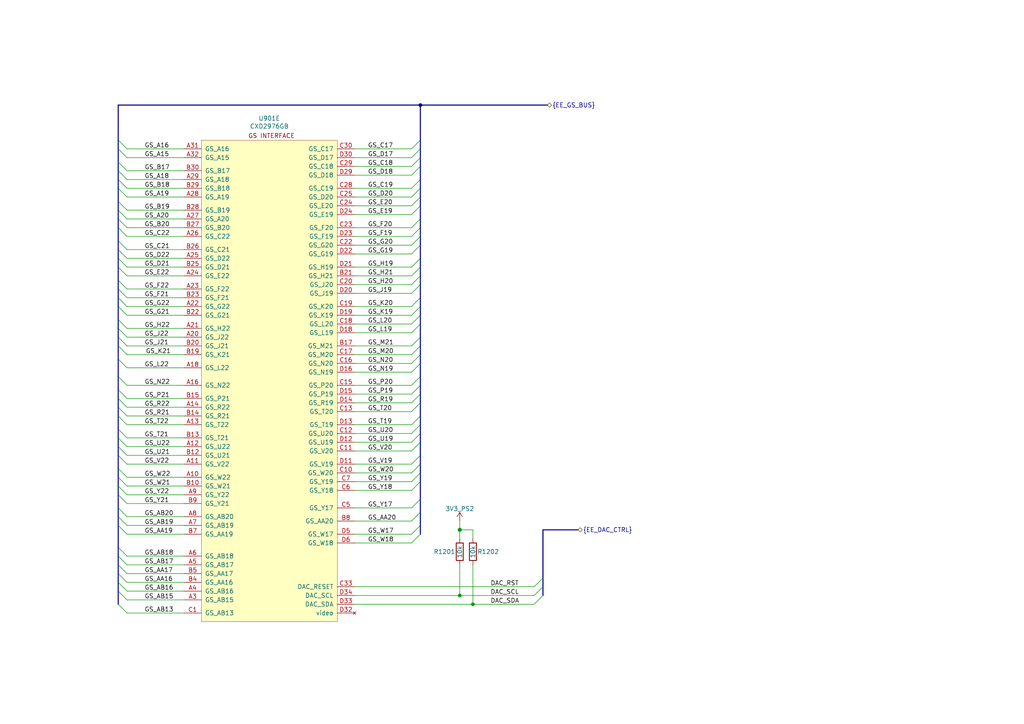
<source format=kicad_sch>
(kicad_sch (version 20230121) (generator eeschema)
  (paper "A4")
  (title_block (title "PS2 EE - GS Interface") (rev "0.3") (comment 5 "-a project by Tschicki"))
  (bus_alias "EE_DAC_CTRL" (members "DAC_RST" "DAC_SCL" "DAC_SDA"))
  (bus_alias "EE_GS_BUS" (members "GS_A16" "GS_A15" "GS_B17" "GS_A18" "GS_B18" "GS_A19" "GS_B19" "GS_A20" "GS_B20" "GS_C22" "GS_C21" "GS_D22" "GS_D21" "GS_E22" "GS_F22" "GS_F21" "GS_G22" "GS_G21" "GS_H22" "GS_J22" "GS_J21" "GS_K21" "GS_L22" "GS_N22" "GS_P21" "GS_R22" "GS_R21" "GS_T22" "GS_T21" "GS_U22" "GS_U21" "GS_V22" "GS_W22" "GS_W21" "GS_Y22" "GS_Y21" "GS_AB20" "GS_AB19" "GS_AA19" "GS_AB18" "GS_AB17" "GS_AA17" "GS_AA16" "GS_AB16" "GS_AB15" "GS_AB13" "GS_C17" "GS_D17" "GS_C18" "GS_D18" "GS_C19" "GS_D20" "GS_E20" "GS_E19" "GS_F20" "GS_F19" "GS_G20" "GS_G19" "GS_H19" "GS_H21" "GS_H20" "GS_J19" "GS_K20" "GS_K19" "GS_L20" "GS_L19" "GS_M21" "GS_M20" "GS_N20" "GS_N19" "GS_P20" "GS_P19" "GS_R19" "GS_T20" "GS_T19" "GS_U20" "GS_U19" "GS_V20" "GS_V19" "GS_W20" "GS_Y19" "GS_Y18" "GS_Y17" "GS_AA20" "GS_W17" "GS_W18"))
  (junction (at 121.92 30.48))
  (junction (at 133.35 153.67) (diameter 1.016))
  (junction (at 137.16 175.26))
  (junction (at 133.35 172.72))
  (bus_entry (at 119.38 111.76) (size 2.54 -2.54))
  (bus_entry (at 36.83 52.07) (size -2.54 -2.54))
  (bus_entry (at 119.38 96.52) (size 2.54 -2.54))
  (bus_entry (at 119.38 128.27) (size 2.54 -2.54))
  (bus_entry (at 119.38 77.47) (size 2.54 -2.54))
  (bus_entry (at 36.83 54.61) (size -2.54 -2.54))
  (bus_entry (at 119.38 116.84) (size 2.54 -2.54))
  (bus_entry (at 119.38 125.73) (size 2.54 -2.54))
  (bus_entry (at 36.83 152.4) (size -2.54 -2.54))
  (bus_entry (at 36.83 63.5) (size -2.54 -2.54))
  (bus_entry (at 36.83 77.47) (size -2.54 -2.54))
  (bus_entry (at 119.38 80.01) (size 2.54 -2.54))
  (bus_entry (at 36.83 163.83) (size -2.54 -2.54))
  (bus_entry (at 119.38 62.23) (size 2.54 -2.54))
  (bus_entry (at 119.38 130.81) (size 2.54 -2.54))
  (bus_entry (at 36.83 86.36) (size -2.54 -2.54))
  (bus_entry (at 36.83 95.25) (size -2.54 -2.54))
  (bus_entry (at 119.38 85.09) (size 2.54 -2.54))
  (bus_entry (at 119.38 139.7) (size 2.54 -2.54))
  (bus_entry (at 119.38 73.66) (size 2.54 -2.54))
  (bus_entry (at 119.38 43.18) (size 2.54 -2.54))
  (bus_entry (at 119.38 142.24) (size 2.54 -2.54))
  (bus_entry (at 36.83 74.93) (size -2.54 -2.54))
  (bus_entry (at 119.38 137.16) (size 2.54 -2.54))
  (bus_entry (at 36.83 138.43) (size -2.54 -2.54))
  (bus_entry (at 119.38 91.44) (size 2.54 -2.54))
  (bus_entry (at 36.83 171.45) (size -2.54 -2.54))
  (bus_entry (at 36.83 132.08) (size -2.54 -2.54))
  (bus_entry (at 36.83 111.76) (size -2.54 -2.54))
  (bus_entry (at 36.83 100.33) (size -2.54 -2.54))
  (bus_entry (at 119.38 93.98) (size 2.54 -2.54))
  (bus_entry (at 36.83 166.37) (size -2.54 -2.54))
  (bus_entry (at 36.83 149.86) (size -2.54 -2.54))
  (bus_entry (at 36.83 91.44) (size -2.54 -2.54))
  (bus_entry (at 36.83 154.94) (size -2.54 -2.54))
  (bus_entry (at 36.83 83.82) (size -2.54 -2.54))
  (bus_entry (at 119.38 59.69) (size 2.54 -2.54))
  (bus_entry (at 119.38 147.32) (size 2.54 -2.54))
  (bus_entry (at 119.38 66.04) (size 2.54 -2.54))
  (bus_entry (at 119.38 105.41) (size 2.54 -2.54))
  (bus_entry (at 36.83 102.87) (size -2.54 -2.54))
  (bus_entry (at 36.83 49.53) (size -2.54 -2.54))
  (bus_entry (at 36.83 143.51) (size -2.54 -2.54))
  (bus_entry (at 36.83 134.62) (size -2.54 -2.54))
  (bus_entry (at 36.83 168.91) (size -2.54 -2.54))
  (bus_entry (at 36.83 106.68) (size -2.54 -2.54))
  (bus_entry (at 154.94 170.18) (size 2.54 -2.54))
  (bus_entry (at 119.38 100.33) (size 2.54 -2.54))
  (bus_entry (at 119.38 114.3) (size 2.54 -2.54))
  (bus_entry (at 36.83 173.99) (size -2.54 -2.54))
  (bus_entry (at 119.38 71.12) (size 2.54 -2.54))
  (bus_entry (at 119.38 88.9) (size 2.54 -2.54))
  (bus_entry (at 36.83 146.05) (size -2.54 -2.54))
  (bus_entry (at 36.83 45.72) (size -2.54 -2.54))
  (bus_entry (at 36.83 120.65) (size -2.54 -2.54))
  (bus_entry (at 36.83 68.58) (size -2.54 -2.54))
  (bus_entry (at 36.83 123.19) (size -2.54 -2.54))
  (bus_entry (at 36.83 57.15) (size -2.54 -2.54))
  (bus_entry (at 36.83 72.39) (size -2.54 -2.54))
  (bus_entry (at 119.38 151.13) (size 2.54 -2.54))
  (bus_entry (at 154.94 172.72) (size 2.54 -2.54))
  (bus_entry (at 119.38 123.19) (size 2.54 -2.54))
  (bus_entry (at 119.38 82.55) (size 2.54 -2.54))
  (bus_entry (at 36.83 97.79) (size -2.54 -2.54))
  (bus_entry (at 119.38 119.38) (size 2.54 -2.54))
  (bus_entry (at 36.83 177.8) (size -2.54 -2.54))
  (bus_entry (at 119.38 107.95) (size 2.54 -2.54))
  (bus_entry (at 119.38 157.48) (size 2.54 -2.54))
  (bus_entry (at 36.83 60.96) (size -2.54 -2.54))
  (bus_entry (at 154.94 175.26) (size 2.54 -2.54))
  (bus_entry (at 119.38 45.72) (size 2.54 -2.54))
  (bus_entry (at 119.38 102.87) (size 2.54 -2.54))
  (bus_entry (at 36.83 80.01) (size -2.54 -2.54))
  (bus_entry (at 119.38 57.15) (size 2.54 -2.54))
  (bus_entry (at 119.38 48.26) (size 2.54 -2.54))
  (bus_entry (at 36.83 118.11) (size -2.54 -2.54))
  (bus_entry (at 36.83 43.18) (size -2.54 -2.54))
  (bus_entry (at 119.38 54.61) (size 2.54 -2.54))
  (bus_entry (at 119.38 50.8) (size 2.54 -2.54))
  (bus_entry (at 36.83 127) (size -2.54 -2.54))
  (bus_entry (at 119.38 154.94) (size 2.54 -2.54))
  (bus_entry (at 119.38 68.58) (size 2.54 -2.54))
  (bus_entry (at 36.83 140.97) (size -2.54 -2.54))
  (bus_entry (at 36.83 129.54) (size -2.54 -2.54))
  (bus_entry (at 36.83 115.57) (size -2.54 -2.54))
  (bus_entry (at 119.38 134.62) (size 2.54 -2.54))
  (bus_entry (at 36.83 66.04) (size -2.54 -2.54))
  (bus_entry (at 36.83 161.29) (size -2.54 -2.54))
  (bus_entry (at 36.83 88.9) (size -2.54 -2.54))
  (wire (pts (xy 133.35 163.83) (xy 133.35 172.72)))
  (bus (pts (xy 34.29 163.83) (xy 34.29 166.37)))
  (wire (pts (xy 36.83 173.99) (xy 53.34 173.99)))
  (bus (pts (xy 34.29 127) (xy 34.29 129.54)))
  (wire (pts (xy 36.83 100.33) (xy 53.34 100.33)))
  (bus (pts (xy 34.29 74.93) (xy 34.29 77.47)))
  (bus (pts (xy 34.29 161.29) (xy 34.29 163.83)))
  (wire (pts (xy 119.38 57.15) (xy 102.87 57.15)))
  (bus (pts (xy 34.29 171.45) (xy 34.29 175.26)))
  (wire (pts (xy 36.83 102.87) (xy 53.34 102.87)))
  (wire (pts (xy 36.83 86.36) (xy 53.34 86.36)))
  (bus (pts (xy 121.92 148.59) (xy 121.92 152.4)))
  (wire (pts (xy 133.35 151.13) (xy 133.35 153.67)))
  (bus (pts (xy 34.29 138.43) (xy 34.29 140.97)))
  (wire (pts (xy 119.38 48.26) (xy 102.87 48.26)))
  (wire (pts (xy 36.83 52.07) (xy 53.34 52.07)))
  (bus (pts (xy 34.29 97.79) (xy 34.29 100.33)))
  (bus (pts (xy 121.92 30.48) (xy 121.92 40.64)))
  (wire (pts (xy 36.83 111.76) (xy 53.34 111.76)))
  (wire (pts (xy 133.35 172.72) (xy 154.94 172.72)))
  (bus (pts (xy 34.29 140.97) (xy 34.29 143.51)))
  (bus (pts (xy 34.29 147.32) (xy 34.29 149.86)))
  (bus (pts (xy 121.92 123.19) (xy 121.92 125.73)))
  (wire (pts (xy 36.83 140.97) (xy 53.34 140.97)))
  (bus (pts (xy 121.92 116.84) (xy 121.92 120.65)))
  (bus (pts (xy 121.92 97.79) (xy 121.92 100.33)))
  (wire (pts (xy 119.38 139.7) (xy 102.87 139.7)))
  (bus (pts (xy 34.29 115.57) (xy 34.29 118.11)))
  (wire (pts (xy 36.83 143.51) (xy 53.34 143.51)))
  (bus (pts (xy 34.29 63.5) (xy 34.29 66.04)))
  (bus (pts (xy 121.92 125.73) (xy 121.92 128.27)))
  (wire (pts (xy 36.83 118.11) (xy 53.34 118.11)))
  (wire (pts (xy 36.83 72.39) (xy 53.34 72.39)))
  (wire (pts (xy 119.38 93.98) (xy 102.87 93.98)))
  (bus (pts (xy 121.92 88.9) (xy 121.92 91.44)))
  (wire (pts (xy 119.38 137.16) (xy 102.87 137.16)))
  (wire (pts (xy 36.83 152.4) (xy 53.34 152.4)))
  (bus (pts (xy 121.92 63.5) (xy 121.92 66.04)))
  (wire (pts (xy 36.83 83.82) (xy 53.34 83.82)))
  (bus (pts (xy 121.92 100.33) (xy 121.92 102.87)))
  (wire (pts (xy 119.38 43.18) (xy 102.87 43.18)))
  (bus (pts (xy 121.92 152.4) (xy 121.92 154.94)))
  (bus (pts (xy 121.92 52.07) (xy 121.92 54.61)))
  (bus (pts (xy 34.29 88.9) (xy 34.29 92.71)))
  (wire (pts (xy 36.83 168.91) (xy 53.34 168.91)))
  (bus (pts (xy 121.92 48.26) (xy 121.92 52.07)))
  (bus (pts (xy 34.29 60.96) (xy 34.29 63.5)))
  (wire (pts (xy 119.38 130.81) (xy 102.87 130.81)))
  (wire (pts (xy 36.83 63.5) (xy 53.34 63.5)))
  (wire (pts (xy 119.38 71.12) (xy 102.87 71.12)))
  (bus (pts (xy 121.92 93.98) (xy 121.92 97.79)))
  (bus (pts (xy 34.29 66.04) (xy 34.29 69.85)))
  (bus (pts (xy 34.29 95.25) (xy 34.29 97.79)))
  (wire (pts (xy 36.83 54.61) (xy 53.34 54.61)))
  (bus (pts (xy 121.92 144.78) (xy 121.92 148.59)))
  (bus (pts (xy 34.29 69.85) (xy 34.29 72.39)))
  (wire (pts (xy 119.38 157.48) (xy 102.87 157.48)))
  (wire (pts (xy 119.38 114.3) (xy 102.87 114.3)))
  (bus (pts (xy 121.92 137.16) (xy 121.92 139.7)))
  (bus (pts (xy 34.29 129.54) (xy 34.29 132.08)))
  (bus (pts (xy 157.48 153.67) (xy 167.64 153.67)))
  (wire (pts (xy 119.38 85.09) (xy 102.87 85.09)))
  (wire (pts (xy 119.38 68.58) (xy 102.87 68.58)))
  (bus (pts (xy 34.29 77.47) (xy 34.29 81.28)))
  (wire (pts (xy 36.83 171.45) (xy 53.34 171.45)))
  (bus (pts (xy 121.92 120.65) (xy 121.92 123.19)))
  (bus (pts (xy 34.29 113.03) (xy 34.29 115.57)))
  (wire (pts (xy 36.83 149.86) (xy 53.34 149.86)))
  (bus (pts (xy 121.92 91.44) (xy 121.92 93.98)))
  (wire (pts (xy 119.38 154.94) (xy 102.87 154.94)))
  (bus (pts (xy 121.92 139.7) (xy 121.92 144.78)))
  (wire (pts (xy 119.38 77.47) (xy 102.87 77.47)))
  (bus (pts (xy 121.92 109.22) (xy 121.92 111.76)))
  (bus (pts (xy 34.29 40.64) (xy 34.29 43.18)))
  (wire (pts (xy 119.38 102.87) (xy 102.87 102.87)))
  (wire (pts (xy 119.38 151.13) (xy 102.87 151.13)))
  (bus (pts (xy 121.92 77.47) (xy 121.92 80.01)))
  (wire (pts (xy 119.38 147.32) (xy 102.87 147.32)))
  (bus (pts (xy 34.29 54.61) (xy 34.29 58.42)))
  (wire (pts (xy 36.83 129.54) (xy 53.34 129.54)))
  (bus (pts (xy 157.48 172.72) (xy 157.48 170.18)))
  (wire (pts (xy 36.83 77.47) (xy 53.34 77.47)))
  (bus (pts (xy 121.92 30.48) (xy 158.75 30.48)))
  (wire (pts (xy 36.83 91.44) (xy 53.34 91.44)))
  (bus (pts (xy 34.29 168.91) (xy 34.29 171.45)))
  (bus (pts (xy 34.29 86.36) (xy 34.29 88.9)))
  (wire (pts (xy 137.16 175.26) (xy 154.94 175.26)))
  (bus (pts (xy 34.29 100.33) (xy 34.29 104.14)))
  (bus (pts (xy 121.92 134.62) (xy 121.92 137.16)))
  (wire (pts (xy 119.38 128.27) (xy 102.87 128.27)))
  (wire (pts (xy 137.16 163.83) (xy 137.16 175.26)))
  (wire (pts (xy 36.83 88.9) (xy 53.34 88.9)))
  (wire (pts (xy 36.83 138.43) (xy 53.34 138.43)))
  (bus (pts (xy 121.92 114.3) (xy 121.92 116.84)))
  (bus (pts (xy 34.29 30.48) (xy 34.29 40.64)))
  (bus (pts (xy 34.29 52.07) (xy 34.29 54.61)))
  (wire (pts (xy 119.38 88.9) (xy 102.87 88.9)))
  (wire (pts (xy 119.38 107.95) (xy 102.87 107.95)))
  (wire (pts (xy 119.38 119.38) (xy 102.87 119.38)))
  (wire (pts (xy 119.38 134.62) (xy 102.87 134.62)))
  (wire (pts (xy 36.83 177.8) (xy 53.34 177.8)))
  (bus (pts (xy 34.29 72.39) (xy 34.29 74.93)))
  (bus (pts (xy 121.92 54.61) (xy 121.92 57.15)))
  (wire (pts (xy 36.83 68.58) (xy 53.34 68.58)))
  (bus (pts (xy 34.29 124.46) (xy 34.29 127)))
  (bus (pts (xy 121.92 45.72) (xy 121.92 43.18)))
  (bus (pts (xy 34.29 135.89) (xy 34.29 138.43)))
  (bus (pts (xy 157.48 153.67) (xy 157.48 167.64)))
  (wire (pts (xy 137.16 153.67) (xy 137.16 156.21)))
  (bus (pts (xy 121.92 82.55) (xy 121.92 86.36)))
  (wire (pts (xy 119.38 91.44) (xy 102.87 91.44)))
  (wire (pts (xy 36.83 115.57) (xy 53.34 115.57)))
  (wire (pts (xy 119.38 123.19) (xy 102.87 123.19)))
  (bus (pts (xy 121.92 102.87) (xy 121.92 105.41)))
  (bus (pts (xy 34.29 143.51) (xy 34.29 147.32)))
  (bus (pts (xy 157.48 170.18) (xy 157.48 167.64)))
  (bus (pts (xy 121.92 86.36) (xy 121.92 88.9)))
  (wire (pts (xy 102.87 172.72) (xy 133.35 172.72)))
  (bus (pts (xy 121.92 80.01) (xy 121.92 82.55)))
  (bus (pts (xy 34.29 92.71) (xy 34.29 95.25)))
  (wire (pts (xy 119.38 111.76) (xy 102.87 111.76)))
  (wire (pts (xy 119.38 73.66) (xy 102.87 73.66)))
  (bus (pts (xy 121.92 30.48) (xy 34.29 30.48)))
  (wire (pts (xy 102.87 170.18) (xy 154.94 170.18)))
  (wire (pts (xy 36.83 161.29) (xy 53.34 161.29)))
  (bus (pts (xy 34.29 149.86) (xy 34.29 152.4)))
  (wire (pts (xy 36.83 132.08) (xy 53.34 132.08)))
  (wire (pts (xy 36.83 43.18) (xy 53.34 43.18)))
  (wire (pts (xy 119.38 100.33) (xy 102.87 100.33)))
  (wire (pts (xy 36.83 127) (xy 53.34 127)))
  (bus (pts (xy 121.92 66.04) (xy 121.92 68.58)))
  (wire (pts (xy 119.38 66.04) (xy 102.87 66.04)))
  (bus (pts (xy 34.29 118.11) (xy 34.29 120.65)))
  (bus (pts (xy 34.29 152.4) (xy 34.29 158.75)))
  (wire (pts (xy 36.83 74.93) (xy 53.34 74.93)))
  (wire (pts (xy 119.38 50.8) (xy 102.87 50.8)))
  (bus (pts (xy 34.29 120.65) (xy 34.29 124.46)))
  (bus (pts (xy 34.29 43.18) (xy 34.29 46.99)))
  (wire (pts (xy 36.83 95.25) (xy 53.34 95.25)))
  (wire (pts (xy 36.83 134.62) (xy 53.34 134.62)))
  (wire (pts (xy 119.38 45.72) (xy 102.87 45.72)))
  (wire (pts (xy 119.38 142.24) (xy 102.87 142.24)))
  (wire (pts (xy 36.83 80.01) (xy 53.34 80.01)))
  (bus (pts (xy 121.92 71.12) (xy 121.92 74.93)))
  (wire (pts (xy 102.87 175.26) (xy 137.16 175.26)))
  (bus (pts (xy 34.29 109.22) (xy 34.29 113.03)))
  (wire (pts (xy 119.38 96.52) (xy 102.87 96.52)))
  (wire (pts (xy 119.38 59.69) (xy 102.87 59.69)))
  (wire (pts (xy 133.35 153.67) (xy 133.35 156.21)))
  (bus (pts (xy 121.92 132.08) (xy 121.92 134.62)))
  (wire (pts (xy 36.83 154.94) (xy 53.34 154.94)))
  (wire (pts (xy 36.83 49.53) (xy 53.34 49.53)))
  (wire (pts (xy 119.38 116.84) (xy 102.87 116.84)))
  (wire (pts (xy 119.38 105.41) (xy 102.87 105.41)))
  (wire (pts (xy 36.83 120.65) (xy 53.34 120.65)))
  (wire (pts (xy 119.38 80.01) (xy 102.87 80.01)))
  (wire (pts (xy 119.38 125.73) (xy 102.87 125.73)))
  (bus (pts (xy 121.92 128.27) (xy 121.92 132.08)))
  (bus (pts (xy 34.29 46.99) (xy 34.29 49.53)))
  (wire (pts (xy 36.83 60.96) (xy 53.34 60.96)))
  (bus (pts (xy 121.92 43.18) (xy 121.92 40.64)))
  (bus (pts (xy 121.92 74.93) (xy 121.92 77.47)))
  (wire (pts (xy 119.38 82.55) (xy 102.87 82.55)))
  (wire (pts (xy 36.83 45.72) (xy 53.34 45.72)))
  (bus (pts (xy 34.29 81.28) (xy 34.29 83.82)))
  (wire (pts (xy 119.38 62.23) (xy 102.87 62.23)))
  (bus (pts (xy 34.29 49.53) (xy 34.29 52.07)))
  (bus (pts (xy 34.29 58.42) (xy 34.29 60.96)))
  (wire (pts (xy 36.83 166.37) (xy 53.34 166.37)))
  (bus (pts (xy 34.29 104.14) (xy 34.29 109.22)))
  (wire (pts (xy 36.83 123.19) (xy 53.34 123.19)))
  (wire (pts (xy 36.83 66.04) (xy 53.34 66.04)))
  (wire (pts (xy 36.83 97.79) (xy 53.34 97.79)))
  (wire (pts (xy 36.83 163.83) (xy 53.34 163.83)))
  (bus (pts (xy 121.92 111.76) (xy 121.92 114.3)))
  (wire (pts (xy 119.38 54.61) (xy 102.87 54.61)))
  (bus (pts (xy 121.92 57.15) (xy 121.92 59.69)))
  (bus (pts (xy 121.92 68.58) (xy 121.92 71.12)))
  (bus (pts (xy 34.29 83.82) (xy 34.29 86.36)))
  (bus (pts (xy 121.92 45.72) (xy 121.92 48.26)))
  (bus (pts (xy 121.92 105.41) (xy 121.92 109.22)))
  (bus (pts (xy 34.29 166.37) (xy 34.29 168.91)))
  (wire (pts (xy 36.83 146.05) (xy 53.34 146.05)))
  (wire (pts (xy 36.83 57.15) (xy 53.34 57.15)))
  (wire (pts (xy 133.35 153.67) (xy 137.16 153.67)))
  (bus (pts (xy 121.92 59.69) (xy 121.92 63.5)))
  (bus (pts (xy 34.29 132.08) (xy 34.29 135.89)))
  (bus (pts (xy 34.29 158.75) (xy 34.29 161.29)))
  (wire (pts (xy 36.83 106.68) (xy 53.34 106.68)))
  (label "GS_V20" (at 106.68 130.81 0))
  (label "GS_W20" (at 106.68 137.16 0))
  (label "GS_F20" (at 106.68 66.04 0))
  (label "GS_B19" (at 41.91 60.96 0))
  (label "GS_B20" (at 41.91 66.04 0))
  (label "GS_T20" (at 106.68 119.38 0))
  (label "GS_Y18" (at 106.68 142.24 0))
  (label "GS_A18" (at 41.91 52.07 0))
  (label "GS_W17" (at 106.68 154.94 0))
  (label "GS_P19" (at 106.68 114.3 0))
  (label "GS_E19" (at 106.68 62.23 0))
  (label "GS_R21" (at 41.91 120.65 0))
  (label "GS_F22" (at 41.91 83.82 0))
  (label "GS_Y22" (at 41.91 143.51 0))
  (label "GS_H21" (at 106.68 80.01 0))
  (label "GS_T21" (at 41.91 127 0))
  (label "GS_P21" (at 41.91 115.57 0))
  (label "GS_T19" (at 106.68 123.19 0))
  (label "GS_M20" (at 106.68 102.87 0))
  (label "GS_AB17" (at 41.91 163.83 0))
  (label "GS_AB13" (at 41.91 177.8 0))
  (label "GS_A16" (at 41.91 43.18 0))
  (label "GS_W18" (at 106.68 157.48 0))
  (label "GS_D18" (at 106.68 50.8 0))
  (label "GS_W22" (at 41.91 138.43 0))
  (label "GS_J21" (at 41.91 100.33 0))
  (label "GS_AA19" (at 41.91 154.94 0))
  (label "GS_L19" (at 106.68 96.52 0))
  (label "GS_A19" (at 41.91 57.15 0))
  (label "GS_AB19" (at 41.91 152.4 0))
  (label "GS_B17" (at 41.91 49.53 0))
  (label "GS_R22" (at 41.91 118.11 0))
  (label "GS_F19" (at 106.68 68.58 0))
  (label "GS_AB20" (at 41.91 149.86 0))
  (label "GS_U20" (at 106.68 125.73 0))
  (label "GS_M21" (at 106.68 100.33 0))
  (label "GS_H22" (at 41.91 95.25 0))
  (label "GS_C17" (at 106.68 43.18 0))
  (label "GS_AA20" (at 106.68 151.13 0))
  (label "GS_C19" (at 106.68 54.61 0))
  (label "DAC_SDA" (at 142.24 175.26 0))
  (label "GS_G21" (at 41.91 91.44 0))
  (label "GS_R19" (at 106.68 116.84 0))
  (label "GS_J22" (at 41.91 97.79 0))
  (label "DAC_RST" (at 142.24 170.18 0))
  (label "GS_T22" (at 41.91 123.19 0))
  (label "GS_D21" (at 41.91 77.47 0))
  (label "GS_C18" (at 106.68 48.26 0))
  (label "GS_AB18" (at 41.91 161.29 0))
  (label "GS_AA17" (at 41.91 166.37 0))
  (label "GS_D17" (at 106.68 45.72 0))
  (label "GS_G22" (at 41.91 88.9 0))
  (label "GS_E22" (at 41.91 80.01 0))
  (label "GS_Y17" (at 106.68 147.32 0))
  (label "GS_Y21" (at 41.91 146.05 0))
  (label "GS_E20" (at 106.68 59.69 0))
  (label "GS_L22" (at 41.91 106.68 0))
  (label "GS_K21" (at 42.255 102.87 0))
  (label "GS_U19" (at 106.68 128.27 0))
  (label "GS_AA16" (at 41.91 168.91 0))
  (label "GS_F21" (at 41.91 86.36 0))
  (label "GS_K20" (at 106.68 88.9 0))
  (label "GS_G20" (at 106.68 71.12 0))
  (label "GS_P20" (at 106.68 111.76 0))
  (label "GS_N22" (at 41.91 111.76 0))
  (label "GS_K19" (at 106.68 91.44 0))
  (label "GS_C21" (at 41.91 72.39 0))
  (label "DAC_SCL" (at 142.24 172.72 0))
  (label "GS_G19" (at 106.68 73.66 0))
  (label "GS_V22" (at 41.91 134.62 0))
  (label "GS_L20" (at 106.68 93.98 0))
  (label "GS_B18" (at 41.91 54.61 0))
  (label "GS_AB16" (at 41.91 171.45 0))
  (label "GS_C22" (at 41.91 68.58 0))
  (label "GS_V19" (at 106.68 134.62 0))
  (label "GS_A20" (at 41.91 63.5 0))
  (label "GS_J19" (at 106.68 85.09 0))
  (label "GS_N20" (at 106.68 105.41 0))
  (label "GS_AB15" (at 41.91 173.99 0))
  (label "GS_N19" (at 106.68 107.95 0))
  (label "GS_U21" (at 41.91 132.08 0))
  (label "GS_H19" (at 106.68 77.47 0))
  (label "GS_D22" (at 41.91 74.93 0))
  (label "GS_A15" (at 41.91 45.72 0))
  (label "GS_Y19" (at 106.68 139.7 0))
  (label "GS_W21" (at 41.91 140.97 0))
  (label "GS_H20" (at 106.68 82.55 0))
  (label "GS_U22" (at 41.91 129.54 0))
  (label "GS_D20" (at 106.68 57.15 0))
  (hierarchical_label "{EE_DAC_CTRL}" (shape bidirectional) (at 167.64 153.67 0))
  (hierarchical_label "{EE_GS_BUS}" (shape bidirectional) (at 158.75 30.48 0))
  (symbol (lib_id "PS2_Resistors:R_10k_0402") (at 137.16 160.02 0) (unit 1)
    (property "Reference" "R1202" (at 138.43 160.02 0) (effects (justify left)))
    (property "Value" "10k" (at 137.16 161.925 90) (effects (justify left)))
    (property "Footprint" "PS2:R_0402_1005Metric" (effects hide))
    (property "Part Number" "RC0402JR-0710KL" (effects hide))
  )
  (symbol (lib_id "PS2:CXD2976GB") (at 53.34 43.18 0) (unit 5)
    (property "Reference" "U901" (at 78.105 34.3328 0))
    (property "Value" "CXD2976GB" (at 78.105 36.6315 0))
    (property "Footprint" "PS2:PS2_CXD2976GB_35.0x35.0mm_P1.0mm" (effects hide))
    (property "Part Number" "get from PS2 79k/90k" (effects hide))
  )
  (symbol (lib_id "PS2:3V5") (at 133.35 151.13 0) (unit 1)
    (property "Reference" "#PWR01201" (effects hide))
    (property "Value" "3V3_PS2" (at 133.35 147.574 0))
  )
  (symbol (lib_id "PS2_Resistors:R_10k_0402") (at 133.35 160.02 0) (mirror y) (unit 1)
    (property "Reference" "R1201" (at 132.08 160.02 0) (effects (justify left)))
    (property "Value" "10k" (at 133.35 161.925 90) (effects (justify left)))
    (property "Footprint" "PS2:R_0402_1005Metric" (effects hide))
    (property "Part Number" "RC0402JR-0710KL" (effects hide))
  )
)
</source>
